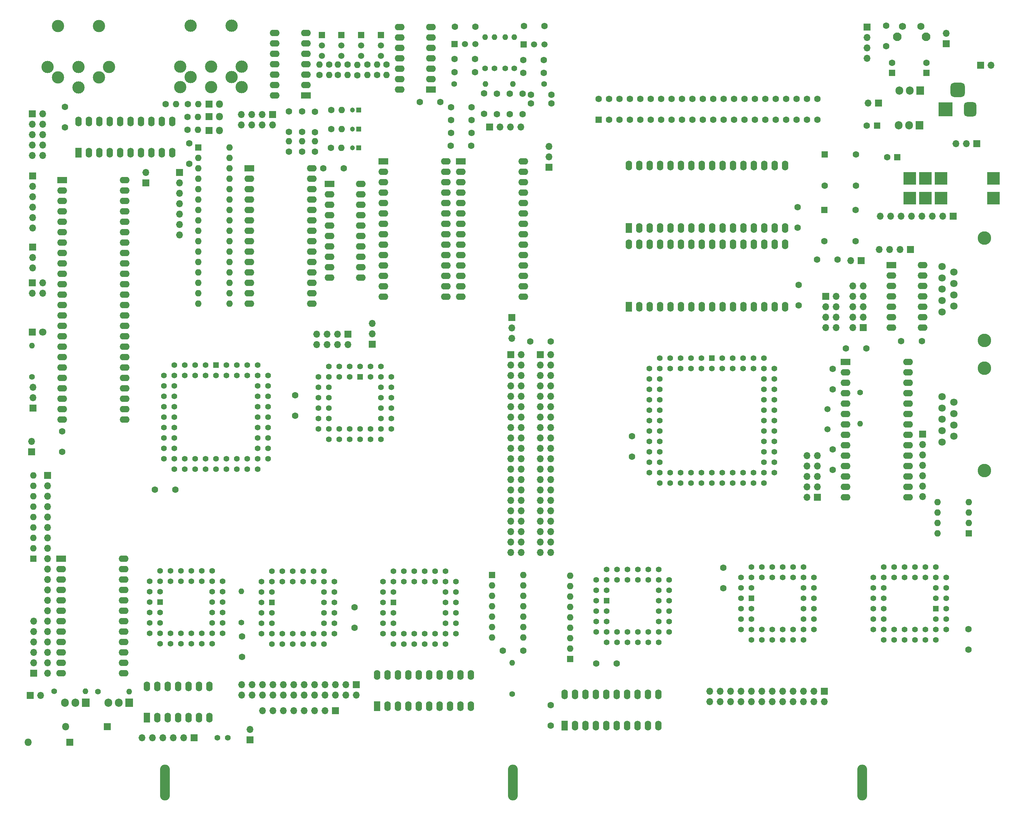
<source format=gbr>
G04 #@! TF.GenerationSoftware,KiCad,Pcbnew,(6.0.5)*
G04 #@! TF.CreationDate,2023-02-24T21:08:20-05:00*
G04 #@! TF.ProjectId,SuperColourPET,53757065-7243-46f6-9c6f-75725045542e,proto*
G04 #@! TF.SameCoordinates,Original*
G04 #@! TF.FileFunction,Soldermask,Bot*
G04 #@! TF.FilePolarity,Negative*
%FSLAX46Y46*%
G04 Gerber Fmt 4.6, Leading zero omitted, Abs format (unit mm)*
G04 Created by KiCad (PCBNEW (6.0.5)) date 2023-02-24 21:08:20*
%MOMM*%
%LPD*%
G01*
G04 APERTURE LIST*
G04 Aperture macros list*
%AMRoundRect*
0 Rectangle with rounded corners*
0 $1 Rounding radius*
0 $2 $3 $4 $5 $6 $7 $8 $9 X,Y pos of 4 corners*
0 Add a 4 corners polygon primitive as box body*
4,1,4,$2,$3,$4,$5,$6,$7,$8,$9,$2,$3,0*
0 Add four circle primitives for the rounded corners*
1,1,$1+$1,$2,$3*
1,1,$1+$1,$4,$5*
1,1,$1+$1,$6,$7*
1,1,$1+$1,$8,$9*
0 Add four rect primitives between the rounded corners*
20,1,$1+$1,$2,$3,$4,$5,0*
20,1,$1+$1,$4,$5,$6,$7,0*
20,1,$1+$1,$6,$7,$8,$9,0*
20,1,$1+$1,$8,$9,$2,$3,0*%
G04 Aperture macros list end*
%ADD10C,1.600000*%
%ADD11R,1.500000X1.500000*%
%ADD12C,1.500000*%
%ADD13R,1.600000X1.600000*%
%ADD14O,1.600000X1.600000*%
%ADD15R,1.700000X1.700000*%
%ADD16O,1.700000X1.700000*%
%ADD17R,1.422400X1.422400*%
%ADD18C,1.422400*%
%ADD19R,1.905000X2.000000*%
%ADD20O,1.905000X2.000000*%
%ADD21R,1.800000X1.800000*%
%ADD22C,1.800000*%
%ADD23C,3.000000*%
%ADD24R,3.500000X3.500000*%
%ADD25RoundRect,0.750000X0.750000X1.000000X-0.750000X1.000000X-0.750000X-1.000000X0.750000X-1.000000X0*%
%ADD26RoundRect,0.875000X0.875000X0.875000X-0.875000X0.875000X-0.875000X-0.875000X0.875000X-0.875000X0*%
%ADD27O,2.410000X8.760000*%
%ADD28C,1.400000*%
%ADD29O,1.400000X1.400000*%
%ADD30R,2.400000X1.600000*%
%ADD31O,2.400000X1.600000*%
%ADD32C,2.100000*%
%ADD33C,1.750000*%
%ADD34O,1.800000X1.800000*%
%ADD35R,1.600000X2.400000*%
%ADD36O,1.600000X2.400000*%
%ADD37R,1.200000X1.200000*%
%ADD38C,1.200000*%
%ADD39C,3.300000*%
%ADD40R,3.100000X3.100000*%
G04 APERTURE END LIST*
D10*
X283483200Y-148678900D03*
X283483200Y-143678900D03*
X123200000Y-173088300D03*
X118200000Y-173088300D03*
D11*
X168523200Y-62174600D03*
D12*
X168523200Y-64714600D03*
X168523200Y-67254600D03*
D13*
X128819200Y-89623900D03*
D14*
X128819200Y-92163900D03*
X128819200Y-94703900D03*
X128819200Y-97243900D03*
X128819200Y-99783900D03*
X128819200Y-102323900D03*
X128819200Y-104863900D03*
X128819200Y-107403900D03*
X128819200Y-109943900D03*
X128819200Y-112483900D03*
X128819200Y-115023900D03*
X128819200Y-117563900D03*
X128819200Y-120103900D03*
X128819200Y-122643900D03*
X128819200Y-125183900D03*
X128819200Y-127723900D03*
X136439200Y-127723900D03*
X136439200Y-125183900D03*
X136439200Y-122643900D03*
X136439200Y-120103900D03*
X136439200Y-117563900D03*
X136439200Y-115023900D03*
X136439200Y-112483900D03*
X136439200Y-109943900D03*
X136439200Y-107403900D03*
X136439200Y-104863900D03*
X136439200Y-102323900D03*
X136439200Y-99783900D03*
X136439200Y-97243900D03*
X136439200Y-94703900D03*
X136439200Y-92163900D03*
X136439200Y-89623900D03*
D15*
X171200000Y-137600000D03*
D16*
X171200000Y-135060000D03*
X171200000Y-132520000D03*
D15*
X116000000Y-98275000D03*
D16*
X116000000Y-95735000D03*
D15*
X127838200Y-233654600D03*
D16*
X125298200Y-233654600D03*
X122758200Y-233654600D03*
X120218200Y-233654600D03*
X117678200Y-233654600D03*
X115138200Y-233654600D03*
D11*
X158927200Y-62174600D03*
D12*
X158927200Y-64714600D03*
X158927200Y-67254600D03*
D10*
X166948000Y-206768700D03*
X166948000Y-201768700D03*
D17*
X308681211Y-202183400D03*
D18*
X311221211Y-199643400D03*
X308681211Y-199643400D03*
X311221211Y-197103400D03*
X308681211Y-197103400D03*
X311221211Y-194563400D03*
X308681211Y-192023400D03*
X308681211Y-194563400D03*
X306141211Y-192023400D03*
X306141211Y-194563400D03*
X303601211Y-192023400D03*
X303601211Y-194563400D03*
X301061211Y-192023400D03*
X301061211Y-194563400D03*
X298521211Y-192023400D03*
X298521211Y-194563400D03*
X295981211Y-192023400D03*
X293441211Y-194563400D03*
X295981211Y-194563400D03*
X293441211Y-197103400D03*
X295981211Y-197103400D03*
X293441211Y-199643400D03*
X295981211Y-199643400D03*
X293441211Y-202183400D03*
X295981211Y-202183400D03*
X293441211Y-204723400D03*
X295981211Y-204723400D03*
X293441211Y-207263400D03*
X295981211Y-209803400D03*
X295981211Y-207263400D03*
X298521211Y-209803400D03*
X298521211Y-207263400D03*
X301061211Y-209803400D03*
X301061211Y-207263400D03*
X303601211Y-209803400D03*
X303601211Y-207263400D03*
X306141211Y-209803400D03*
X306141211Y-207263400D03*
X308681211Y-209803400D03*
X311221211Y-207263400D03*
X308681211Y-207263400D03*
X311221211Y-204723400D03*
X308681211Y-204723400D03*
X311221211Y-202183400D03*
D10*
X126205000Y-85325000D03*
D14*
X128745000Y-85325000D03*
D19*
X101371400Y-225069400D03*
D20*
X98831400Y-225069400D03*
X96291400Y-225069400D03*
D21*
X88375000Y-134675000D03*
D22*
X90915000Y-134675000D03*
D23*
X124425200Y-69905900D03*
X126925200Y-59905900D03*
X131925200Y-69905900D03*
X136925200Y-59905900D03*
X139425200Y-69905900D03*
X126925200Y-72405900D03*
X136925200Y-72445900D03*
X131925200Y-74905900D03*
X124425200Y-74905900D03*
X139425200Y-74905900D03*
D15*
X165300000Y-135160000D03*
D16*
X165300000Y-137700000D03*
X162760000Y-135160000D03*
X162760000Y-137700000D03*
X160220000Y-135160000D03*
X160220000Y-137700000D03*
X157680000Y-135160000D03*
X157680000Y-137700000D03*
D13*
X297961200Y-71462900D03*
D10*
X297961200Y-68962900D03*
D24*
X311011200Y-80276700D03*
D25*
X317011200Y-80276700D03*
D26*
X314011200Y-75576700D03*
D10*
X208045200Y-212356700D03*
X203045200Y-212356700D03*
D13*
X281508200Y-104851200D03*
D10*
X281508200Y-112471200D03*
X289128200Y-112471200D03*
X289128200Y-104851200D03*
X154100000Y-90645000D03*
D14*
X154100000Y-88105000D03*
D27*
X290675200Y-244563900D03*
D15*
X88325000Y-122650000D03*
D16*
X90865000Y-122650000D03*
X88325000Y-125190000D03*
X90865000Y-125190000D03*
D13*
X226460200Y-82892900D03*
D10*
X229000200Y-82892900D03*
X231540200Y-82892900D03*
X234080200Y-82892900D03*
X236620200Y-82892900D03*
X239160200Y-82892900D03*
X241700200Y-82892900D03*
X244240200Y-82892900D03*
X246780200Y-82892900D03*
X249320200Y-82892900D03*
X251860200Y-82892900D03*
X254400200Y-82892900D03*
X256940200Y-82892900D03*
X259480200Y-82892900D03*
X262020200Y-82892900D03*
X264560200Y-82892900D03*
X267100200Y-82892900D03*
X269640200Y-82892900D03*
X272180200Y-82892900D03*
X274720200Y-82892900D03*
X277260200Y-82892900D03*
X279800200Y-82892900D03*
X226460200Y-77812900D03*
X229000200Y-77812900D03*
X231540200Y-77812900D03*
X234080200Y-77812900D03*
X236620200Y-77812900D03*
X239160200Y-77812900D03*
X241700200Y-77812900D03*
X244240200Y-77812900D03*
X246780200Y-77812900D03*
X249320200Y-77812900D03*
X251860200Y-77812900D03*
X254400200Y-77812900D03*
X256940200Y-77812900D03*
X259480200Y-77812900D03*
X262020200Y-77812900D03*
X264560200Y-77812900D03*
X267100200Y-77812900D03*
X269640200Y-77812900D03*
X272180200Y-77812900D03*
X274720200Y-77812900D03*
X277260200Y-77812900D03*
X279800200Y-77812900D03*
D17*
X168294200Y-145630900D03*
D18*
X165754200Y-143090900D03*
X165754200Y-145630900D03*
X163214200Y-143090900D03*
X163214200Y-145630900D03*
X160674200Y-143090900D03*
X158134200Y-145630900D03*
X160674200Y-145630900D03*
X158134200Y-148170900D03*
X160674200Y-148170900D03*
X158134200Y-150710900D03*
X160674200Y-150710900D03*
X158134200Y-153250900D03*
X160674200Y-153250900D03*
X158134200Y-155790900D03*
X160674200Y-155790900D03*
X158134200Y-158330900D03*
X160674200Y-160870900D03*
X160674200Y-158330900D03*
X163214200Y-160870900D03*
X163214200Y-158330900D03*
X165754200Y-160870900D03*
X165754200Y-158330900D03*
X168294200Y-160870900D03*
X168294200Y-158330900D03*
X170834200Y-160870900D03*
X170834200Y-158330900D03*
X173374200Y-160870900D03*
X175914200Y-158330900D03*
X173374200Y-158330900D03*
X175914200Y-155790900D03*
X173374200Y-155790900D03*
X175914200Y-153250900D03*
X173374200Y-153250900D03*
X175914200Y-150710900D03*
X173374200Y-150710900D03*
X175914200Y-148170900D03*
X173374200Y-148170900D03*
X175914200Y-145630900D03*
X173374200Y-143090900D03*
X173374200Y-145630900D03*
X170834200Y-143090900D03*
X170834200Y-145630900D03*
X168294200Y-143090900D03*
D28*
X198755000Y-70332600D03*
D29*
X198755000Y-62712600D03*
D15*
X212197200Y-140169900D03*
D16*
X214737200Y-140169900D03*
X212197200Y-142709900D03*
X214737200Y-142709900D03*
X212197200Y-145249900D03*
X214737200Y-145249900D03*
X212197200Y-147789900D03*
X214737200Y-147789900D03*
X212197200Y-150329900D03*
X214737200Y-150329900D03*
X212197200Y-152869900D03*
X214737200Y-152869900D03*
X212197200Y-155409900D03*
X214737200Y-155409900D03*
X212197200Y-157949900D03*
X214737200Y-157949900D03*
X212197200Y-160489900D03*
X214737200Y-160489900D03*
X212197200Y-163029900D03*
X214737200Y-163029900D03*
X212197200Y-165569900D03*
X214737200Y-165569900D03*
X212197200Y-168109900D03*
X214737200Y-168109900D03*
X212197200Y-170649900D03*
X214737200Y-170649900D03*
X212197200Y-173189900D03*
X214737200Y-173189900D03*
X212197200Y-175729900D03*
X214737200Y-175729900D03*
X212197200Y-178269900D03*
X214737200Y-178269900D03*
X212197200Y-180809900D03*
X214737200Y-180809900D03*
X212197200Y-183349900D03*
X214737200Y-183349900D03*
X212197200Y-185889900D03*
X214737200Y-185889900D03*
X212197200Y-188429900D03*
X214737200Y-188429900D03*
D13*
X306343200Y-71462900D03*
D10*
X306343200Y-68962900D03*
X213080600Y-71424800D03*
X208080600Y-71424800D03*
D17*
X263671200Y-199605900D03*
D18*
X261131200Y-202145900D03*
X263671200Y-202145900D03*
X261131200Y-204685900D03*
X263671200Y-204685900D03*
X261131200Y-207225900D03*
X263671200Y-209765900D03*
X263671200Y-207225900D03*
X266211200Y-209765900D03*
X266211200Y-207225900D03*
X268751200Y-209765900D03*
X268751200Y-207225900D03*
X271291200Y-209765900D03*
X271291200Y-207225900D03*
X273831200Y-209765900D03*
X273831200Y-207225900D03*
X276371200Y-209765900D03*
X278911200Y-207225900D03*
X276371200Y-207225900D03*
X278911200Y-204685900D03*
X276371200Y-204685900D03*
X278911200Y-202145900D03*
X276371200Y-202145900D03*
X278911200Y-199605900D03*
X276371200Y-199605900D03*
X278911200Y-197065900D03*
X276371200Y-197065900D03*
X278911200Y-194525900D03*
X276371200Y-191985900D03*
X276371200Y-194525900D03*
X273831200Y-191985900D03*
X273831200Y-194525900D03*
X271291200Y-191985900D03*
X271291200Y-194525900D03*
X268751200Y-191985900D03*
X268751200Y-194525900D03*
X266211200Y-191985900D03*
X266211200Y-194525900D03*
X263671200Y-191985900D03*
X261131200Y-194525900D03*
X263671200Y-194525900D03*
X261131200Y-197065900D03*
X263671200Y-197065900D03*
X261131200Y-199605900D03*
D15*
X319546200Y-69557900D03*
D16*
X322086200Y-69557900D03*
D30*
X185575000Y-75465000D03*
D31*
X185575000Y-72925000D03*
X185575000Y-70385000D03*
X185575000Y-67845000D03*
X185575000Y-65305000D03*
X185575000Y-62765000D03*
X185575000Y-60225000D03*
X177955000Y-60225000D03*
X177955000Y-62765000D03*
X177955000Y-65305000D03*
X177955000Y-67845000D03*
X177955000Y-70385000D03*
X177955000Y-72925000D03*
X177955000Y-75465000D03*
D15*
X294710000Y-78803500D03*
D16*
X292170000Y-78803500D03*
D28*
X104317800Y-222377000D03*
D29*
X111937800Y-222377000D03*
D10*
X154100000Y-85830000D03*
X154100000Y-80830000D03*
D15*
X281827200Y-125955900D03*
D16*
X284367200Y-125955900D03*
X281827200Y-128495900D03*
X284367200Y-128495900D03*
X281827200Y-131035900D03*
X284367200Y-131035900D03*
X281827200Y-133575900D03*
X284367200Y-133575900D03*
D32*
X306272200Y-62600400D03*
X299262200Y-62600400D03*
D33*
X300512200Y-60110400D03*
X305012200Y-60110400D03*
D10*
X201601200Y-81471200D03*
X201601200Y-76471200D03*
D19*
X111963200Y-225069400D03*
D20*
X109423200Y-225069400D03*
X106883200Y-225069400D03*
D10*
X214800000Y-230700000D03*
X214800000Y-225700000D03*
D21*
X106680000Y-230936800D03*
D34*
X96520000Y-230936800D03*
D13*
X299274994Y-91960700D03*
D10*
X296774994Y-91960700D03*
D12*
X282213200Y-153504900D03*
X282213200Y-158384900D03*
D11*
X191338200Y-64414400D03*
D12*
X193878200Y-64414400D03*
X196418200Y-64414400D03*
D28*
X205892400Y-70332600D03*
D29*
X205892400Y-62712600D03*
D15*
X290976200Y-133565900D03*
D16*
X288436200Y-133565900D03*
X290976200Y-131025900D03*
X288436200Y-131025900D03*
X290976200Y-128485900D03*
X288436200Y-128485900D03*
X290976200Y-125945900D03*
X288436200Y-125945900D03*
X290976200Y-123405900D03*
X288436200Y-123405900D03*
D27*
X205505200Y-244563900D03*
D30*
X173937000Y-92980000D03*
D31*
X173937000Y-95520000D03*
X173937000Y-98060000D03*
X173937000Y-100600000D03*
X173937000Y-103140000D03*
X173937000Y-105680000D03*
X173937000Y-108220000D03*
X173937000Y-110760000D03*
X173937000Y-113300000D03*
X173937000Y-115840000D03*
X173937000Y-118380000D03*
X173937000Y-120920000D03*
X173937000Y-123460000D03*
X173937000Y-126000000D03*
X189177000Y-126000000D03*
X189177000Y-123460000D03*
X189177000Y-120920000D03*
X189177000Y-118380000D03*
X189177000Y-115840000D03*
X189177000Y-113300000D03*
X189177000Y-110760000D03*
X189177000Y-108220000D03*
X189177000Y-105680000D03*
X189177000Y-103140000D03*
X189177000Y-100600000D03*
X189177000Y-98060000D03*
X189177000Y-95520000D03*
X189177000Y-92980000D03*
D28*
X93649800Y-222326200D03*
D29*
X101269800Y-222326200D03*
D10*
X291760200Y-138645900D03*
X286760200Y-138645900D03*
D21*
X131460000Y-79050000D03*
D34*
X134000000Y-79050000D03*
D10*
X230876000Y-215557100D03*
X225876000Y-215557100D03*
X165199200Y-69413600D03*
D14*
X165199200Y-71953600D03*
D15*
X279825600Y-174967900D03*
D16*
X277285600Y-174967900D03*
X279825600Y-172427900D03*
X277285600Y-172427900D03*
X279825600Y-169887900D03*
X277285600Y-169887900D03*
X279825600Y-167347900D03*
X277285600Y-167347900D03*
X279825600Y-164807900D03*
X277285600Y-164807900D03*
D15*
X305454200Y-159595900D03*
D16*
X305454200Y-162135900D03*
X305454200Y-164675900D03*
X305454200Y-167215900D03*
X305454200Y-169755900D03*
X305454200Y-172295900D03*
X305454200Y-174835900D03*
D10*
X160732200Y-69388200D03*
D14*
X160732200Y-71928200D03*
D10*
X150900000Y-85810000D03*
X150900000Y-80810000D03*
X190425000Y-86050000D03*
X195425000Y-86050000D03*
D30*
X297834200Y-118325900D03*
D31*
X297834200Y-120865900D03*
X297834200Y-123405900D03*
X297834200Y-125945900D03*
X297834200Y-128485900D03*
X297834200Y-131025900D03*
X297834200Y-133565900D03*
X305454200Y-133565900D03*
X305454200Y-131025900D03*
X305454200Y-128485900D03*
X305454200Y-125945900D03*
X305454200Y-123405900D03*
X305454200Y-120865900D03*
X305454200Y-118325900D03*
D10*
X198527800Y-81449600D03*
X198527800Y-76449600D03*
D15*
X291865200Y-60261500D03*
D16*
X291865200Y-62801500D03*
X291865200Y-65341500D03*
X291865200Y-67881500D03*
D15*
X141425000Y-234125000D03*
D16*
X141425000Y-231585000D03*
D10*
X204750800Y-81471200D03*
X204750800Y-76471200D03*
D35*
X218140000Y-230720000D03*
D36*
X220680000Y-230720000D03*
X223220000Y-230720000D03*
X225760000Y-230720000D03*
X228300000Y-230720000D03*
X230840000Y-230720000D03*
X233380000Y-230720000D03*
X235920000Y-230720000D03*
X238460000Y-230720000D03*
X241000000Y-230720000D03*
X241000000Y-223100000D03*
X238460000Y-223100000D03*
X235920000Y-223100000D03*
X233380000Y-223100000D03*
X230840000Y-223100000D03*
X228300000Y-223100000D03*
X225760000Y-223100000D03*
X223220000Y-223100000D03*
X220680000Y-223100000D03*
X218140000Y-223100000D03*
D10*
X157300000Y-90645000D03*
D14*
X157300000Y-88105000D03*
D10*
X234562800Y-160083500D03*
X234562800Y-165083500D03*
X191338200Y-68072000D03*
X196338200Y-68072000D03*
D30*
X286658200Y-141947900D03*
D31*
X286658200Y-144487900D03*
X286658200Y-147027900D03*
X286658200Y-149567900D03*
X286658200Y-152107900D03*
X286658200Y-154647900D03*
X286658200Y-157187900D03*
X286658200Y-159727900D03*
X286658200Y-162267900D03*
X286658200Y-164807900D03*
X286658200Y-167347900D03*
X286658200Y-169887900D03*
X286658200Y-172427900D03*
X286658200Y-174967900D03*
X301898200Y-174967900D03*
X301898200Y-172427900D03*
X301898200Y-169887900D03*
X301898200Y-167347900D03*
X301898200Y-164807900D03*
X301898200Y-162267900D03*
X301898200Y-159727900D03*
X301898200Y-157187900D03*
X301898200Y-154647900D03*
X301898200Y-152107900D03*
X301898200Y-149567900D03*
X301898200Y-147027900D03*
X301898200Y-144487900D03*
X301898200Y-141947900D03*
D15*
X87879000Y-223316800D03*
D16*
X90419000Y-223316800D03*
D10*
X256813200Y-192189100D03*
X256813200Y-197189100D03*
X300228000Y-136880600D03*
X305228000Y-136880600D03*
D15*
X88208000Y-163842700D03*
D16*
X88208000Y-161302700D03*
D15*
X311200800Y-64312800D03*
D16*
X311200800Y-61772800D03*
D10*
X274999600Y-104218100D03*
X274999600Y-109218100D03*
D28*
X191211200Y-74091800D03*
D29*
X198831200Y-74091800D03*
D10*
X161260000Y-80500000D03*
D14*
X163800000Y-80500000D03*
D19*
X304819200Y-75755500D03*
D20*
X302279200Y-75755500D03*
X299739200Y-75755500D03*
D30*
X95624800Y-97624900D03*
D31*
X95624800Y-100164900D03*
X95624800Y-102704900D03*
X95624800Y-105244900D03*
X95624800Y-107784900D03*
X95624800Y-110324900D03*
X95624800Y-112864900D03*
X95624800Y-115404900D03*
X95624800Y-117944900D03*
X95624800Y-120484900D03*
X95624800Y-123024900D03*
X95624800Y-125564900D03*
X95624800Y-128104900D03*
X95624800Y-130644900D03*
X95624800Y-133184900D03*
X95624800Y-135724900D03*
X95624800Y-138264900D03*
X95624800Y-140804900D03*
X95624800Y-143344900D03*
X95624800Y-145884900D03*
X95624800Y-148424900D03*
X95624800Y-150964900D03*
X95624800Y-153504900D03*
X95624800Y-156044900D03*
X110864800Y-156044900D03*
X110864800Y-153504900D03*
X110864800Y-150964900D03*
X110864800Y-148424900D03*
X110864800Y-145884900D03*
X110864800Y-143344900D03*
X110864800Y-140804900D03*
X110864800Y-138264900D03*
X110864800Y-135724900D03*
X110864800Y-133184900D03*
X110864800Y-130644900D03*
X110864800Y-128104900D03*
X110864800Y-125564900D03*
X110864800Y-123024900D03*
X110864800Y-120484900D03*
X110864800Y-117944900D03*
X110864800Y-115404900D03*
X110864800Y-112864900D03*
X110864800Y-110324900D03*
X110864800Y-107784900D03*
X110864800Y-105244900D03*
X110864800Y-102704900D03*
X110864800Y-100164900D03*
X110864800Y-97624900D03*
D15*
X88411200Y-113906300D03*
D16*
X88411200Y-116446300D03*
X88411200Y-118986300D03*
D15*
X162255200Y-226999800D03*
D16*
X159715200Y-226999800D03*
X157175200Y-226999800D03*
X154635200Y-226999800D03*
X152095200Y-226999800D03*
X149555200Y-226999800D03*
X147015200Y-226999800D03*
X144475200Y-226999800D03*
D15*
X205300000Y-131100000D03*
D16*
X205300000Y-133640000D03*
X205300000Y-136180000D03*
D10*
X316604800Y-207175100D03*
X316604800Y-212175100D03*
X190425000Y-82925000D03*
X195425000Y-82925000D03*
D11*
X163718200Y-62174600D03*
D12*
X163718200Y-64714600D03*
X163718200Y-67254600D03*
D15*
X214300000Y-94450000D03*
D16*
X214300000Y-91910000D03*
X214300000Y-89370000D03*
D15*
X290428600Y-117221000D03*
D16*
X287888600Y-117221000D03*
D13*
X294347394Y-84289900D03*
D10*
X291847394Y-84289900D03*
D15*
X204997200Y-140169900D03*
D16*
X207537200Y-140169900D03*
X204997200Y-142709900D03*
X207537200Y-142709900D03*
X204997200Y-145249900D03*
X207537200Y-145249900D03*
X204997200Y-147789900D03*
X207537200Y-147789900D03*
X204997200Y-150329900D03*
X207537200Y-150329900D03*
X204997200Y-152869900D03*
X207537200Y-152869900D03*
X204997200Y-155409900D03*
X207537200Y-155409900D03*
X204997200Y-157949900D03*
X207537200Y-157949900D03*
X204997200Y-160489900D03*
X207537200Y-160489900D03*
X204997200Y-163029900D03*
X207537200Y-163029900D03*
X204997200Y-165569900D03*
X207537200Y-165569900D03*
X204997200Y-168109900D03*
X207537200Y-168109900D03*
X204997200Y-170649900D03*
X207537200Y-170649900D03*
X204997200Y-173189900D03*
X207537200Y-173189900D03*
X204997200Y-175729900D03*
X207537200Y-175729900D03*
X204997200Y-178269900D03*
X207537200Y-178269900D03*
X204997200Y-180809900D03*
X207537200Y-180809900D03*
X204997200Y-183349900D03*
X207537200Y-183349900D03*
X204997200Y-185889900D03*
X207537200Y-185889900D03*
X204997200Y-188429900D03*
X207537200Y-188429900D03*
D10*
X159317200Y-94703900D03*
X164317200Y-94703900D03*
X96300000Y-84700000D03*
X96300000Y-79700000D03*
D21*
X97485200Y-234721400D03*
D34*
X87325200Y-234721400D03*
D17*
X254019200Y-141033500D03*
D18*
X254019200Y-143573500D03*
X251479200Y-141033500D03*
X251479200Y-143573500D03*
X248939200Y-141033500D03*
X248939200Y-143573500D03*
X246399200Y-141033500D03*
X246399200Y-143573500D03*
X243859200Y-141033500D03*
X243859200Y-143573500D03*
X241319200Y-141033500D03*
X238779200Y-143573500D03*
X241319200Y-143573500D03*
X238779200Y-146113500D03*
X241319200Y-146113500D03*
X238779200Y-148653500D03*
X241319200Y-148653500D03*
X238779200Y-151193500D03*
X241319200Y-151193500D03*
X238779200Y-153733500D03*
X241319200Y-153733500D03*
X238779200Y-156273500D03*
X241319200Y-156273500D03*
X238779200Y-158813500D03*
X241319200Y-158813500D03*
X238779200Y-161353500D03*
X241319200Y-161353500D03*
X238779200Y-163893500D03*
X241319200Y-163893500D03*
X238779200Y-166433500D03*
X241319200Y-166433500D03*
X238779200Y-168973500D03*
X241319200Y-171513500D03*
X241319200Y-168973500D03*
X243859200Y-171513500D03*
X243859200Y-168973500D03*
X246399200Y-171513500D03*
X246399200Y-168973500D03*
X248939200Y-171513500D03*
X248939200Y-168973500D03*
X251479200Y-171513500D03*
X251479200Y-168973500D03*
X254019200Y-171513500D03*
X254019200Y-168973500D03*
X256559200Y-171513500D03*
X256559200Y-168973500D03*
X259099200Y-171513500D03*
X259099200Y-168973500D03*
X261639200Y-171513500D03*
X261639200Y-168973500D03*
X264179200Y-171513500D03*
X264179200Y-168973500D03*
X266719200Y-171513500D03*
X269259200Y-168973500D03*
X266719200Y-168973500D03*
X269259200Y-166433500D03*
X266719200Y-166433500D03*
X269259200Y-163893500D03*
X266719200Y-163893500D03*
X269259200Y-161353500D03*
X266719200Y-161353500D03*
X269259200Y-158813500D03*
X266719200Y-158813500D03*
X269259200Y-156273500D03*
X266719200Y-156273500D03*
X269259200Y-153733500D03*
X266719200Y-153733500D03*
X269259200Y-151193500D03*
X266719200Y-151193500D03*
X269259200Y-148653500D03*
X266719200Y-148653500D03*
X269259200Y-146113500D03*
X266719200Y-146113500D03*
X269259200Y-143573500D03*
X266719200Y-141033500D03*
X266719200Y-143573500D03*
X264179200Y-141033500D03*
X264179200Y-143573500D03*
X261639200Y-141033500D03*
X261639200Y-143573500D03*
X259099200Y-141033500D03*
X259099200Y-143573500D03*
X256559200Y-141033500D03*
X256559200Y-143573500D03*
D10*
X283483200Y-163283900D03*
X283483200Y-168283900D03*
D17*
X146780400Y-200609200D03*
D18*
X144240400Y-203149200D03*
X146780400Y-203149200D03*
X144240400Y-205689200D03*
X146780400Y-205689200D03*
X144240400Y-208229200D03*
X146780400Y-210769200D03*
X146780400Y-208229200D03*
X149320400Y-210769200D03*
X149320400Y-208229200D03*
X151860400Y-210769200D03*
X151860400Y-208229200D03*
X154400400Y-210769200D03*
X154400400Y-208229200D03*
X156940400Y-210769200D03*
X156940400Y-208229200D03*
X159480400Y-210769200D03*
X162020400Y-208229200D03*
X159480400Y-208229200D03*
X162020400Y-205689200D03*
X159480400Y-205689200D03*
X162020400Y-203149200D03*
X159480400Y-203149200D03*
X162020400Y-200609200D03*
X159480400Y-200609200D03*
X162020400Y-198069200D03*
X159480400Y-198069200D03*
X162020400Y-195529200D03*
X159480400Y-192989200D03*
X159480400Y-195529200D03*
X156940400Y-192989200D03*
X156940400Y-195529200D03*
X154400400Y-192989200D03*
X154400400Y-195529200D03*
X151860400Y-192989200D03*
X151860400Y-195529200D03*
X149320400Y-192989200D03*
X149320400Y-195529200D03*
X146780400Y-192989200D03*
X144240400Y-195529200D03*
X146780400Y-195529200D03*
X144240400Y-198069200D03*
X146780400Y-198069200D03*
X144240400Y-200609200D03*
D10*
X157300000Y-85870000D03*
X157300000Y-80870000D03*
D15*
X88512800Y-153174700D03*
D16*
X88512800Y-150634700D03*
X88512800Y-148094700D03*
D37*
X167925000Y-89725000D03*
D38*
X166425000Y-89725000D03*
D10*
X207875000Y-81475000D03*
X207875000Y-76475000D03*
D35*
X99600000Y-90908900D03*
D36*
X102140000Y-90908900D03*
X104680000Y-90908900D03*
X107220000Y-90908900D03*
X109760000Y-90908900D03*
X112300000Y-90908900D03*
X114840000Y-90908900D03*
X117380000Y-90908900D03*
X119920000Y-90908900D03*
X122460000Y-90908900D03*
X122460000Y-83288900D03*
X119920000Y-83288900D03*
X117380000Y-83288900D03*
X114840000Y-83288900D03*
X112300000Y-83288900D03*
X109760000Y-83288900D03*
X107220000Y-83288900D03*
X104680000Y-83288900D03*
X102140000Y-83288900D03*
X99600000Y-83288900D03*
D15*
X281440000Y-222300000D03*
D16*
X281440000Y-224840000D03*
X278900000Y-222300000D03*
X278900000Y-224840000D03*
X276360000Y-222300000D03*
X276360000Y-224840000D03*
X273820000Y-222300000D03*
X273820000Y-224840000D03*
X271280000Y-222300000D03*
X271280000Y-224840000D03*
X268740000Y-222300000D03*
X268740000Y-224840000D03*
X266200000Y-222300000D03*
X266200000Y-224840000D03*
X263660000Y-222300000D03*
X263660000Y-224840000D03*
X261120000Y-222300000D03*
X261120000Y-224840000D03*
X258580000Y-222300000D03*
X258580000Y-224840000D03*
X256040000Y-222300000D03*
X256040000Y-224840000D03*
X253500000Y-222300000D03*
X253500000Y-224840000D03*
D10*
X214736200Y-136994900D03*
X209736200Y-136994900D03*
X182875000Y-78525000D03*
X187875000Y-78525000D03*
X126210000Y-82175000D03*
D14*
X128750000Y-82175000D03*
D10*
X126600000Y-88625000D03*
X126600000Y-93625000D03*
D15*
X167335200Y-220649800D03*
D16*
X167335200Y-223189800D03*
X164795200Y-220649800D03*
X164795200Y-223189800D03*
X162255200Y-220649800D03*
X162255200Y-223189800D03*
X159715200Y-220649800D03*
X159715200Y-223189800D03*
X157175200Y-220649800D03*
X157175200Y-223189800D03*
X154635200Y-220649800D03*
X154635200Y-223189800D03*
X152095200Y-220649800D03*
X152095200Y-223189800D03*
X149555200Y-220649800D03*
X149555200Y-223189800D03*
X147015200Y-220649800D03*
X147015200Y-223189800D03*
X144475200Y-220649800D03*
X144475200Y-223189800D03*
X141935200Y-220649800D03*
X141935200Y-223189800D03*
X139395200Y-220649800D03*
X139395200Y-223189800D03*
D28*
X203682600Y-70332600D03*
D29*
X203682600Y-62712600D03*
D35*
X172434400Y-225920300D03*
D36*
X174974400Y-225920300D03*
X177514400Y-225920300D03*
X180054400Y-225920300D03*
X182594400Y-225920300D03*
X185134400Y-225920300D03*
X187674400Y-225920300D03*
X190214400Y-225920300D03*
X192754400Y-225920300D03*
X195294400Y-225920300D03*
X195294400Y-218300300D03*
X192754400Y-218300300D03*
X190214400Y-218300300D03*
X187674400Y-218300300D03*
X185134400Y-218300300D03*
X182594400Y-218300300D03*
X180054400Y-218300300D03*
X177514400Y-218300300D03*
X174974400Y-218300300D03*
X172434400Y-218300300D03*
D10*
X190400000Y-89200000D03*
X195400000Y-89200000D03*
D30*
X141243200Y-94703900D03*
D31*
X141243200Y-97243900D03*
X141243200Y-99783900D03*
X141243200Y-102323900D03*
X141243200Y-104863900D03*
X141243200Y-107403900D03*
X141243200Y-109943900D03*
X141243200Y-112483900D03*
X141243200Y-115023900D03*
X141243200Y-117563900D03*
X141243200Y-120103900D03*
X141243200Y-122643900D03*
X141243200Y-125183900D03*
X141243200Y-127723900D03*
X156483200Y-127723900D03*
X156483200Y-125183900D03*
X156483200Y-122643900D03*
X156483200Y-120103900D03*
X156483200Y-117563900D03*
X156483200Y-115023900D03*
X156483200Y-112483900D03*
X156483200Y-109943900D03*
X156483200Y-107403900D03*
X156483200Y-104863900D03*
X156483200Y-102323900D03*
X156483200Y-99783900D03*
X156483200Y-97243900D03*
X156483200Y-94703900D03*
D10*
X172400000Y-71940000D03*
D14*
X172400000Y-69400000D03*
D10*
X213051400Y-68326000D03*
X208051400Y-68326000D03*
X284683200Y-116941600D03*
X279683200Y-116941600D03*
D17*
X133115200Y-142709900D03*
D18*
X133115200Y-145249900D03*
X130575200Y-142709900D03*
X130575200Y-145249900D03*
X128035200Y-142709900D03*
X128035200Y-145249900D03*
X125495200Y-142709900D03*
X125495200Y-145249900D03*
X122955200Y-142709900D03*
X120415200Y-145249900D03*
X122955200Y-145249900D03*
X120415200Y-147789900D03*
X122955200Y-147789900D03*
X120415200Y-150329900D03*
X122955200Y-150329900D03*
X120415200Y-152869900D03*
X122955200Y-152869900D03*
X120415200Y-155409900D03*
X122955200Y-155409900D03*
X120415200Y-157949900D03*
X122955200Y-157949900D03*
X120415200Y-160489900D03*
X122955200Y-160489900D03*
X120415200Y-163029900D03*
X122955200Y-163029900D03*
X120415200Y-165569900D03*
X122955200Y-168109900D03*
X122955200Y-165569900D03*
X125495200Y-168109900D03*
X125495200Y-165569900D03*
X128035200Y-168109900D03*
X128035200Y-165569900D03*
X130575200Y-168109900D03*
X130575200Y-165569900D03*
X133115200Y-168109900D03*
X133115200Y-165569900D03*
X135655200Y-168109900D03*
X135655200Y-165569900D03*
X138195200Y-168109900D03*
X138195200Y-165569900D03*
X140735200Y-168109900D03*
X140735200Y-165569900D03*
X143275200Y-168109900D03*
X145815200Y-165569900D03*
X143275200Y-165569900D03*
X145815200Y-163029900D03*
X143275200Y-163029900D03*
X145815200Y-160489900D03*
X143275200Y-160489900D03*
X145815200Y-157949900D03*
X143275200Y-157949900D03*
X145815200Y-155409900D03*
X143275200Y-155409900D03*
X145815200Y-152869900D03*
X143275200Y-152869900D03*
X145815200Y-150329900D03*
X143275200Y-150329900D03*
X145815200Y-147789900D03*
X143275200Y-147789900D03*
X145815200Y-145249900D03*
X143275200Y-142709900D03*
X143275200Y-145249900D03*
X140735200Y-142709900D03*
X140735200Y-145249900D03*
X138195200Y-142709900D03*
X138195200Y-145249900D03*
X135655200Y-142709900D03*
X135655200Y-145249900D03*
D30*
X160801200Y-98513900D03*
D31*
X160801200Y-101053900D03*
X160801200Y-103593900D03*
X160801200Y-106133900D03*
X160801200Y-108673900D03*
X160801200Y-111213900D03*
X160801200Y-113753900D03*
X160801200Y-116293900D03*
X160801200Y-118833900D03*
X160801200Y-121373900D03*
X168421200Y-121373900D03*
X168421200Y-118833900D03*
X168421200Y-116293900D03*
X168421200Y-113753900D03*
X168421200Y-111213900D03*
X168421200Y-108673900D03*
X168421200Y-106133900D03*
X168421200Y-103593900D03*
X168421200Y-101053900D03*
X168421200Y-98513900D03*
D28*
X201015600Y-70358000D03*
D29*
X201015600Y-62738000D03*
D35*
X233851600Y-109258100D03*
D36*
X236391600Y-109258100D03*
X238931600Y-109258100D03*
X241471600Y-109258100D03*
X244011600Y-109258100D03*
X246551600Y-109258100D03*
X249091600Y-109258100D03*
X251631600Y-109258100D03*
X254171600Y-109258100D03*
X256711600Y-109258100D03*
X259251600Y-109258100D03*
X261791600Y-109258100D03*
X264331600Y-109258100D03*
X266871600Y-109258100D03*
X269411600Y-109258100D03*
X271951600Y-109258100D03*
X271951600Y-94018100D03*
X269411600Y-94018100D03*
X266871600Y-94018100D03*
X264331600Y-94018100D03*
X261791600Y-94018100D03*
X259251600Y-94018100D03*
X256711600Y-94018100D03*
X254171600Y-94018100D03*
X251631600Y-94018100D03*
X249091600Y-94018100D03*
X246551600Y-94018100D03*
X244011600Y-94018100D03*
X241471600Y-94018100D03*
X238931600Y-94018100D03*
X236391600Y-94018100D03*
X233851600Y-94018100D03*
D23*
X92081200Y-70007500D03*
X94581200Y-72507500D03*
X104581200Y-60007500D03*
X94581200Y-60007500D03*
X99581200Y-70007500D03*
X104581200Y-72547500D03*
X107081200Y-70007500D03*
X99581200Y-75007500D03*
D15*
X146970000Y-81610000D03*
D16*
X146970000Y-84150000D03*
X144430000Y-81610000D03*
X144430000Y-84150000D03*
X141890000Y-81610000D03*
X141890000Y-84150000D03*
X139350000Y-81610000D03*
X139350000Y-84150000D03*
D10*
X120885000Y-79050000D03*
D14*
X123425000Y-79050000D03*
D28*
X136017000Y-233654600D03*
X133477000Y-233654600D03*
D15*
X88411200Y-96583500D03*
D16*
X88411200Y-99123500D03*
X88411200Y-101663500D03*
X88411200Y-104203500D03*
X88411200Y-106743500D03*
X88411200Y-109283500D03*
D10*
X174749600Y-69413600D03*
D14*
X174749600Y-71953600D03*
D10*
X208210000Y-60000000D03*
X213210000Y-60000000D03*
D27*
X120663200Y-244563900D03*
D10*
X126250000Y-79075000D03*
D14*
X128790000Y-79075000D03*
D10*
X214905600Y-76733400D03*
X209905600Y-76733400D03*
X195425000Y-79800000D03*
X190425000Y-79800000D03*
D21*
X131485000Y-82125000D03*
D34*
X134025000Y-82125000D03*
D10*
X161135000Y-89675000D03*
D14*
X163675000Y-89675000D03*
D30*
X155074600Y-76940400D03*
D31*
X155074600Y-74400400D03*
X155074600Y-71860400D03*
X155074600Y-69320400D03*
X155074600Y-66780400D03*
X155074600Y-64240400D03*
X155074600Y-61700400D03*
X147454600Y-61700400D03*
X147454600Y-64240400D03*
X147454600Y-66780400D03*
X147454600Y-69320400D03*
X147454600Y-71860400D03*
X147454600Y-74400400D03*
X147454600Y-76940400D03*
D30*
X95402400Y-189966600D03*
D31*
X95402400Y-192506600D03*
X95402400Y-195046600D03*
X95402400Y-197586600D03*
X95402400Y-200126600D03*
X95402400Y-202666600D03*
X95402400Y-205206600D03*
X95402400Y-207746600D03*
X95402400Y-210286600D03*
X95402400Y-212826600D03*
X95402400Y-215366600D03*
X95402400Y-217906600D03*
X110642400Y-217906600D03*
X110642400Y-215366600D03*
X110642400Y-212826600D03*
X110642400Y-210286600D03*
X110642400Y-207746600D03*
X110642400Y-205206600D03*
X110642400Y-202666600D03*
X110642400Y-200126600D03*
X110642400Y-197586600D03*
X110642400Y-195046600D03*
X110642400Y-192506600D03*
X110642400Y-189966600D03*
D10*
X150900000Y-90645000D03*
D14*
X150900000Y-88105000D03*
D10*
X191380000Y-60130000D03*
X196380000Y-60130000D03*
X158400000Y-71940000D03*
D14*
X158400000Y-69400000D03*
D11*
X208153000Y-64465200D03*
D12*
X210693000Y-64465200D03*
X213233000Y-64465200D03*
D10*
X139516000Y-208902300D03*
X139516000Y-213902300D03*
D13*
X281584400Y-91338400D03*
D10*
X281584400Y-98958400D03*
X289204400Y-98958400D03*
X289204400Y-91338400D03*
D21*
X131485000Y-85450000D03*
D34*
X134025000Y-85450000D03*
D10*
X152470000Y-150075900D03*
X152470000Y-155075900D03*
X95624800Y-163918900D03*
X95624800Y-158918900D03*
X296589600Y-59935100D03*
X296589600Y-64935100D03*
X214960200Y-78841600D03*
X209960200Y-78841600D03*
D13*
X219500000Y-214420000D03*
D14*
X219500000Y-211880000D03*
X219500000Y-209340000D03*
X219500000Y-206800000D03*
X219500000Y-204260000D03*
X219500000Y-201720000D03*
X219500000Y-199180000D03*
X219500000Y-196640000D03*
X219500000Y-194100000D03*
D15*
X88696800Y-217906600D03*
D16*
X88696800Y-215366600D03*
X88696800Y-212826600D03*
X88696800Y-210286600D03*
X88696800Y-207746600D03*
X88696800Y-205206600D03*
D37*
X167925000Y-85100000D03*
D38*
X166425000Y-85100000D03*
D13*
X88569800Y-189966600D03*
D14*
X88569800Y-187426600D03*
X88569800Y-184886600D03*
X88569800Y-182346600D03*
X88569800Y-179806600D03*
X88569800Y-177266600D03*
X88569800Y-174726600D03*
X88569800Y-172186600D03*
X88569800Y-169646600D03*
D10*
X191316600Y-71221600D03*
X196316600Y-71221600D03*
D28*
X139312800Y-205549500D03*
D29*
X139312800Y-197929500D03*
D19*
X304717600Y-84239100D03*
D20*
X302177600Y-84239100D03*
X299637600Y-84239100D03*
D28*
X205400000Y-222945000D03*
D29*
X205400000Y-215325000D03*
D28*
X213182200Y-74142600D03*
D29*
X205562200Y-74142600D03*
D13*
X316661800Y-183743600D03*
D14*
X316661800Y-181203600D03*
X316661800Y-178663600D03*
X316661800Y-176123600D03*
X309041800Y-176123600D03*
X309041800Y-178663600D03*
X309041800Y-181203600D03*
X309041800Y-183743600D03*
D39*
X320543200Y-168450400D03*
X320543200Y-143450400D03*
D22*
X310203200Y-161490400D03*
X310203200Y-158720400D03*
X310203200Y-155950400D03*
X310203200Y-153180400D03*
X310203200Y-150410400D03*
X313043200Y-160105400D03*
X313043200Y-157335400D03*
X313043200Y-154565400D03*
X313043200Y-151795400D03*
D15*
X312887600Y-106349800D03*
D16*
X310347600Y-106349800D03*
X307807600Y-106349800D03*
X305267600Y-106349800D03*
X302727600Y-106349800D03*
X300187600Y-106349800D03*
X297647600Y-106349800D03*
X295107600Y-106349800D03*
D39*
X320543200Y-111700400D03*
X320543200Y-136700400D03*
D22*
X310203200Y-129740400D03*
X310203200Y-126970400D03*
X310203200Y-124200400D03*
X310203200Y-121430400D03*
X310203200Y-118660400D03*
X313043200Y-128355400D03*
X313043200Y-125585400D03*
X313043200Y-122815400D03*
X313043200Y-120045400D03*
D28*
X88309600Y-145585000D03*
D29*
X88309600Y-137965000D03*
D10*
X167600000Y-72040000D03*
D14*
X167600000Y-69500000D03*
D30*
X192860000Y-92980000D03*
D31*
X192860000Y-95520000D03*
X192860000Y-98060000D03*
X192860000Y-100600000D03*
X192860000Y-103140000D03*
X192860000Y-105680000D03*
X192860000Y-108220000D03*
X192860000Y-110760000D03*
X192860000Y-113300000D03*
X192860000Y-115840000D03*
X192860000Y-118380000D03*
X192860000Y-120920000D03*
X192860000Y-123460000D03*
X192860000Y-126000000D03*
X208100000Y-126000000D03*
X208100000Y-123460000D03*
X208100000Y-120920000D03*
X208100000Y-118380000D03*
X208100000Y-115840000D03*
X208100000Y-113300000D03*
X208100000Y-110760000D03*
X208100000Y-108220000D03*
X208100000Y-105680000D03*
X208100000Y-103140000D03*
X208100000Y-100600000D03*
X208100000Y-98060000D03*
X208100000Y-95520000D03*
X208100000Y-92980000D03*
D15*
X199899400Y-84624600D03*
D16*
X202439400Y-84624600D03*
X204979400Y-84624600D03*
X207519400Y-84624600D03*
D15*
X318662200Y-88734900D03*
D16*
X316122200Y-88734900D03*
X313582200Y-88734900D03*
D10*
X162900000Y-71940000D03*
D14*
X162900000Y-69400000D03*
D10*
X161210000Y-85100000D03*
D14*
X163750000Y-85100000D03*
D15*
X88360400Y-81394300D03*
D16*
X90900400Y-81394300D03*
X88360400Y-83934300D03*
X90900400Y-83934300D03*
X88360400Y-86474300D03*
X90900400Y-86474300D03*
X88360400Y-89014300D03*
X90900400Y-89014300D03*
X88360400Y-91554300D03*
X90900400Y-91554300D03*
D17*
X119475400Y-200545700D03*
D18*
X116935400Y-203085700D03*
X119475400Y-203085700D03*
X116935400Y-205625700D03*
X119475400Y-205625700D03*
X116935400Y-208165700D03*
X119475400Y-210705700D03*
X119475400Y-208165700D03*
X122015400Y-210705700D03*
X122015400Y-208165700D03*
X124555400Y-210705700D03*
X124555400Y-208165700D03*
X127095400Y-210705700D03*
X127095400Y-208165700D03*
X129635400Y-210705700D03*
X129635400Y-208165700D03*
X132175400Y-210705700D03*
X134715400Y-208165700D03*
X132175400Y-208165700D03*
X134715400Y-205625700D03*
X132175400Y-205625700D03*
X134715400Y-203085700D03*
X132175400Y-203085700D03*
X134715400Y-200545700D03*
X132175400Y-200545700D03*
X134715400Y-198005700D03*
X132175400Y-198005700D03*
X134715400Y-195465700D03*
X132175400Y-192925700D03*
X132175400Y-195465700D03*
X129635400Y-192925700D03*
X129635400Y-195465700D03*
X127095400Y-192925700D03*
X127095400Y-195465700D03*
X124555400Y-192925700D03*
X124555400Y-195465700D03*
X122015400Y-192925700D03*
X122015400Y-195465700D03*
X119475400Y-192925700D03*
X116935400Y-195465700D03*
X119475400Y-195465700D03*
X116935400Y-198005700D03*
X119475400Y-198005700D03*
X116935400Y-200545700D03*
D15*
X92075000Y-169672000D03*
D16*
X92075000Y-172212000D03*
X92075000Y-174752000D03*
X92075000Y-177292000D03*
X92075000Y-179832000D03*
X92075000Y-182372000D03*
X92075000Y-184912000D03*
X92075000Y-187452000D03*
X92075000Y-189992000D03*
X92075000Y-192532000D03*
X92075000Y-195072000D03*
X92075000Y-197612000D03*
X92075000Y-200152000D03*
X92075000Y-202692000D03*
X92075000Y-205232000D03*
X92075000Y-207772000D03*
X92075000Y-210312000D03*
X92075000Y-212852000D03*
X92075000Y-215392000D03*
X92075000Y-217932000D03*
D11*
X173327200Y-62174600D03*
D12*
X173327200Y-64714600D03*
X173327200Y-67254600D03*
D40*
X306100800Y-101968300D03*
X309910800Y-101968300D03*
X302290800Y-101968300D03*
X306100800Y-97138300D03*
X309910800Y-97138300D03*
X302290800Y-97138300D03*
X322700800Y-101968300D03*
X322700800Y-97138300D03*
D15*
X124250000Y-95750000D03*
D16*
X124250000Y-98290000D03*
X124250000Y-100830000D03*
X124250000Y-103370000D03*
X124250000Y-105910000D03*
X124250000Y-108450000D03*
X124250000Y-110990000D03*
D13*
X200435200Y-193911300D03*
D14*
X200435200Y-196451300D03*
X200435200Y-198991300D03*
X200435200Y-201531300D03*
X200435200Y-204071300D03*
X200435200Y-206611300D03*
X200435200Y-209151300D03*
X208055200Y-209151300D03*
X208055200Y-206611300D03*
X208055200Y-204071300D03*
X208055200Y-201531300D03*
X208055200Y-198991300D03*
X208055200Y-196451300D03*
X208055200Y-193911300D03*
D37*
X167950000Y-80500000D03*
D38*
X166450000Y-80500000D03*
D35*
X116281200Y-228701600D03*
D36*
X118821200Y-228701600D03*
X121361200Y-228701600D03*
X123901200Y-228701600D03*
X126441200Y-228701600D03*
X128981200Y-228701600D03*
X131521200Y-228701600D03*
X131521200Y-221081600D03*
X128981200Y-221081600D03*
X126441200Y-221081600D03*
X123901200Y-221081600D03*
X121361200Y-221081600D03*
X118821200Y-221081600D03*
X116281200Y-221081600D03*
D10*
X275202800Y-128130300D03*
X275202800Y-123130300D03*
X170025200Y-69413600D03*
D14*
X170025200Y-71953600D03*
D15*
X302488600Y-114477800D03*
D16*
X299948600Y-114477800D03*
X297408600Y-114477800D03*
X294868600Y-114477800D03*
D35*
X233851600Y-128485900D03*
D36*
X236391600Y-128485900D03*
X238931600Y-128485900D03*
X241471600Y-128485900D03*
X244011600Y-128485900D03*
X246551600Y-128485900D03*
X249091600Y-128485900D03*
X251631600Y-128485900D03*
X254171600Y-128485900D03*
X256711600Y-128485900D03*
X259251600Y-128485900D03*
X261791600Y-128485900D03*
X264331600Y-128485900D03*
X266871600Y-128485900D03*
X269411600Y-128485900D03*
X271951600Y-128485900D03*
X271951600Y-113245900D03*
X269411600Y-113245900D03*
X266871600Y-113245900D03*
X264331600Y-113245900D03*
X261791600Y-113245900D03*
X259251600Y-113245900D03*
X256711600Y-113245900D03*
X254171600Y-113245900D03*
X251631600Y-113245900D03*
X249091600Y-113245900D03*
X246551600Y-113245900D03*
X244011600Y-113245900D03*
X241471600Y-113245900D03*
X238931600Y-113245900D03*
X236391600Y-113245900D03*
X233851600Y-113245900D03*
D28*
X290160000Y-149440000D03*
D29*
X290160000Y-157060000D03*
D17*
X176371400Y-200634000D03*
D18*
X173831400Y-203174000D03*
X176371400Y-203174000D03*
X173831400Y-205714000D03*
X176371400Y-205714000D03*
X173831400Y-208254000D03*
X176371400Y-210794000D03*
X176371400Y-208254000D03*
X178911400Y-210794000D03*
X178911400Y-208254000D03*
X181451400Y-210794000D03*
X181451400Y-208254000D03*
X183991400Y-210794000D03*
X183991400Y-208254000D03*
X186531400Y-210794000D03*
X186531400Y-208254000D03*
X189071400Y-210794000D03*
X191611400Y-208254000D03*
X189071400Y-208254000D03*
X191611400Y-205714000D03*
X189071400Y-205714000D03*
X191611400Y-203174000D03*
X189071400Y-203174000D03*
X191611400Y-200634000D03*
X189071400Y-200634000D03*
X191611400Y-198094000D03*
X189071400Y-198094000D03*
X191611400Y-195554000D03*
X189071400Y-193014000D03*
X189071400Y-195554000D03*
X186531400Y-193014000D03*
X186531400Y-195554000D03*
X183991400Y-193014000D03*
X183991400Y-195554000D03*
X181451400Y-193014000D03*
X181451400Y-195554000D03*
X178911400Y-193014000D03*
X178911400Y-195554000D03*
X176371400Y-193014000D03*
X173831400Y-195554000D03*
X176371400Y-195554000D03*
X173831400Y-198094000D03*
X176371400Y-198094000D03*
X173831400Y-200634000D03*
D17*
X228365200Y-200240900D03*
D18*
X225825200Y-202780900D03*
X228365200Y-202780900D03*
X225825200Y-205320900D03*
X228365200Y-205320900D03*
X225825200Y-207860900D03*
X228365200Y-210400900D03*
X228365200Y-207860900D03*
X230905200Y-210400900D03*
X230905200Y-207860900D03*
X233445200Y-210400900D03*
X233445200Y-207860900D03*
X235985200Y-210400900D03*
X235985200Y-207860900D03*
X238525200Y-210400900D03*
X238525200Y-207860900D03*
X241065200Y-210400900D03*
X243605200Y-207860900D03*
X241065200Y-207860900D03*
X243605200Y-205320900D03*
X241065200Y-205320900D03*
X243605200Y-202780900D03*
X241065200Y-202780900D03*
X243605200Y-200240900D03*
X241065200Y-200240900D03*
X243605200Y-197700900D03*
X241065200Y-197700900D03*
X243605200Y-195160900D03*
X241065200Y-192620900D03*
X241065200Y-195160900D03*
X238525200Y-192620900D03*
X238525200Y-195160900D03*
X235985200Y-192620900D03*
X235985200Y-195160900D03*
X233445200Y-192620900D03*
X233445200Y-195160900D03*
X230905200Y-192620900D03*
X230905200Y-195160900D03*
X228365200Y-192620900D03*
X225825200Y-195160900D03*
X228365200Y-195160900D03*
X225825200Y-197700900D03*
X228365200Y-197700900D03*
X225825200Y-200240900D03*
M02*

</source>
